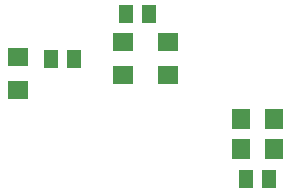
<source format=gbr>
G04 EAGLE Gerber RS-274X export*
G75*
%MOMM*%
%FSLAX34Y34*%
%LPD*%
%INSolderpaste Bottom*%
%IPPOS*%
%AMOC8*
5,1,8,0,0,1.08239X$1,22.5*%
G01*
%ADD10R,1.800000X1.600000*%
%ADD11R,1.600000X1.800000*%
%ADD12R,1.803000X1.600000*%
%ADD13R,1.300000X1.500000*%


D10*
X508000Y138400D03*
X508000Y166400D03*
X469900Y138400D03*
X469900Y166400D03*
D11*
X570200Y76200D03*
X598200Y76200D03*
X570200Y101600D03*
X598200Y101600D03*
D12*
X381000Y153920D03*
X381000Y125480D03*
D13*
X593700Y50800D03*
X574700Y50800D03*
X492100Y190500D03*
X473100Y190500D03*
X428600Y152400D03*
X409600Y152400D03*
M02*

</source>
